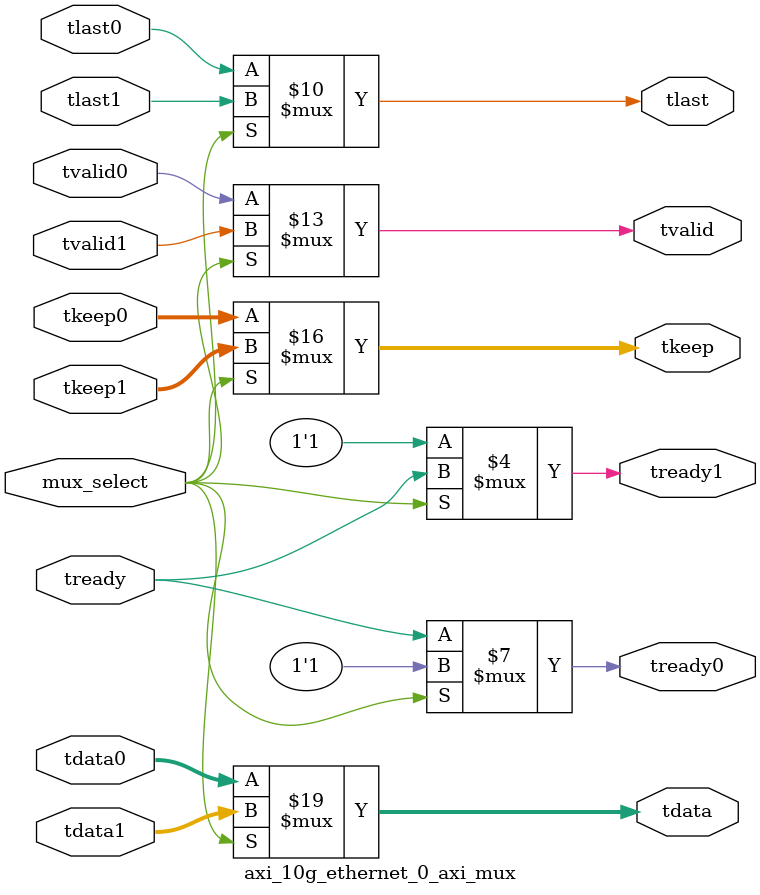
<source format=v>

`timescale 1 ps/1 ps

module axi_10g_ethernet_0_axi_mux (
   input                   mux_select,

   // mux inputs
   input       [63:0]      tdata0,
   input       [7:0]       tkeep0,
   input                   tvalid0,
   input                   tlast0,
   output reg              tready0,

   input       [63:0]      tdata1,
   input       [7:0]       tkeep1,
   input                   tvalid1,
   input                   tlast1,
   output reg              tready1,

   // mux outputs
   output reg  [63:0]      tdata,
   output reg  [7:0]       tkeep,
   output reg              tvalid,
   output reg              tlast,
   input                   tready
);

always @(mux_select or tdata0 or tvalid0 or tlast0 or tdata1 or tkeep0 or tkeep1 or
         tvalid1 or tlast1)
begin
   if (mux_select) begin
      tdata    = tdata1;
      tkeep    = tkeep1;
      tvalid   = tvalid1;
      tlast    = tlast1;
   end
   else begin
      tdata    = tdata0;
      tkeep    = tkeep0;
      tvalid   = tvalid0;
      tlast    = tlast0;
   end
end

always @(mux_select or tready)
begin
   if (mux_select) begin
      tready0  = 1'b1 ;
      tready1  = tready;
   end
   else begin
      tready0  = tready;
      tready1  = 1'b1 ;
   end
end

endmodule

</source>
